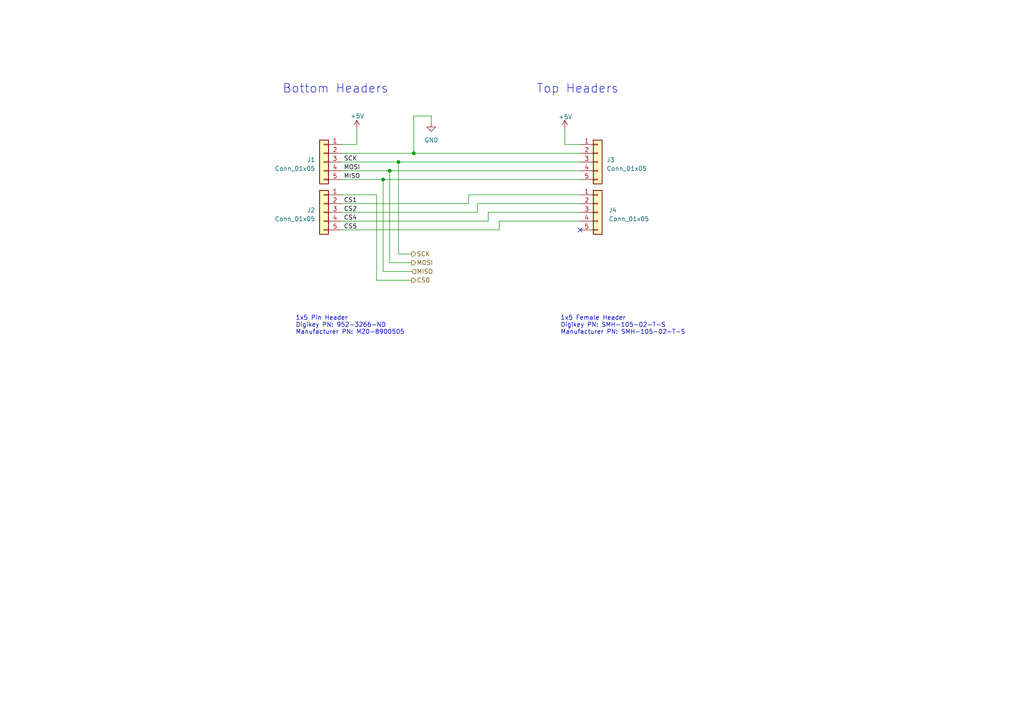
<source format=kicad_sch>
(kicad_sch (version 20230121) (generator eeschema)
  (paper "A4")
  (lib_symbols
    (symbol "Connector_Generic:Conn_01x05" (pin_names (offset 1.016) hide)
      (property "Reference" "J" (at 0 7.62 0))
      (property "Value" "Conn_01x05" (at 0 -7.62 0))
      (symbol "Conn_01x05_1_1"
        (rectangle (start -1.27 -4.953) (end 0 -5.207) (stroke (width 0.1524)))
        (rectangle (start -1.27 -2.413) (end 0 -2.667) (stroke (width 0.1524)))
        (rectangle (start -1.27 0.127) (end 0 -0.127) (stroke (width 0.1524)))
        (rectangle (start -1.27 2.667) (end 0 2.413) (stroke (width 0.1524)))
        (rectangle (start -1.27 5.207) (end 0 4.953) (stroke (width 0.1524)))
        (rectangle (start -1.27 6.35) (end 1.27 -6.35) (stroke (width 0.254)) (fill (type background)))
        (pin passive line (at -5.08 5.08 0) (length 3.81) (name "Pin_1") (number "1"))
        (pin passive line (at -5.08 2.54 0) (length 3.81) (name "Pin_2") (number "2"))
        (pin passive line (at -5.08 0 0) (length 3.81) (name "Pin_3") (number "3"))
        (pin passive line (at -5.08 -2.54 0) (length 3.81) (name "Pin_4") (number "4"))
        (pin passive line (at -5.08 -5.08 0) (length 3.81) (name "Pin_5") (number "5"))
      )
    )
    (symbol "power:+5V" (power) (pin_names (offset 0))
      (property "Value" "+5V" (at 0 3.556 0))
      (symbol "+5V_0_1"
        (polyline (pts (xy -0.762 1.27) (xy 0 2.54)))
        (polyline (pts (xy 0 0) (xy 0 2.54)))
        (polyline (pts (xy 0 2.54) (xy 0.762 1.27)))
      )
      (symbol "+5V_1_1"
        (pin power_in line (at 0 0 90) (length 0) hide (name "+5V") (number "1"))
      )
    )
    (symbol "power:GND" (power) (pin_names (offset 0))
      (property "Value" "GND" (at 0 -3.81 0))
      (symbol "GND_0_1"
        (polyline (pts (xy 0 0) (xy 0 -1.27) (xy 1.27 -1.27) (xy 0 -2.54) (xy -1.27 -1.27) (xy 0 -1.27)))
      )
      (symbol "GND_1_1"
        (pin power_in line (at 0 0 270) (length 0) hide (name "GND") (number "1"))
      )
    )
  )
  (junction (at 115.57 46.99))
  (junction (at 111.125 52.07))
  (junction (at 113.03 49.53))
  (junction (at 120.015 44.45))
  (no_connect (at 168.275 66.675))
  (wire (pts (xy 113.03 49.53) (xy 168.275 49.53)))
  (wire (pts (xy 168.275 41.91) (xy 163.83 41.91)))
  (wire (pts (xy 115.57 73.66) (xy 119.38 73.66)))
  (wire (pts (xy 138.43 61.595) (xy 138.43 59.055)))
  (wire (pts (xy 144.78 66.675) (xy 144.78 64.135)))
  (wire (pts (xy 99.06 61.595) (xy 138.43 61.595)))
  (wire (pts (xy 138.43 59.055) (xy 168.275 59.055)))
  (wire (pts (xy 144.78 64.135) (xy 168.275 64.135)))
  (wire (pts (xy 109.22 56.515) (xy 99.06 56.515)))
  (wire (pts (xy 103.505 37.465) (xy 103.505 41.91)))
  (wire (pts (xy 141.605 61.595) (xy 168.275 61.595)))
  (wire (pts (xy 111.125 78.74) (xy 119.38 78.74)))
  (wire (pts (xy 99.06 52.07) (xy 111.125 52.07)))
  (wire (pts (xy 141.605 64.135) (xy 141.605 61.595)))
  (wire (pts (xy 163.83 37.465) (xy 163.83 41.91)))
  (wire (pts (xy 125.095 33.655) (xy 125.095 35.56)))
  (wire (pts (xy 99.06 66.675) (xy 144.78 66.675)))
  (wire (pts (xy 99.06 46.99) (xy 115.57 46.99)))
  (wire (pts (xy 115.57 46.99) (xy 115.57 73.66)))
  (wire (pts (xy 111.125 52.07) (xy 168.275 52.07)))
  (wire (pts (xy 99.06 44.45) (xy 120.015 44.45)))
  (wire (pts (xy 135.89 56.515) (xy 168.275 56.515)))
  (wire (pts (xy 120.015 44.45) (xy 120.015 33.655)))
  (wire (pts (xy 99.06 49.53) (xy 113.03 49.53)))
  (wire (pts (xy 111.125 52.07) (xy 111.125 78.74)))
  (wire (pts (xy 109.22 81.28) (xy 109.22 56.515)))
  (wire (pts (xy 99.06 64.135) (xy 141.605 64.135)))
  (wire (pts (xy 119.38 81.28) (xy 109.22 81.28)))
  (wire (pts (xy 120.015 44.45) (xy 168.275 44.45)))
  (wire (pts (xy 99.06 41.91) (xy 103.505 41.91)))
  (wire (pts (xy 113.03 76.2) (xy 119.38 76.2)))
  (wire (pts (xy 99.06 59.055) (xy 135.89 59.055)))
  (wire (pts (xy 113.03 49.53) (xy 113.03 76.2)))
  (wire (pts (xy 135.89 59.055) (xy 135.89 56.515)))
  (wire (pts (xy 120.015 33.655) (xy 125.095 33.655)))
  (wire (pts (xy 115.57 46.99) (xy 168.275 46.99)))
  (text "1x5 Female Header\nDigikey PN: SMH-105-02-T-S\nManufacturer PN: SMH-105-02-T-S" (at 162.56 97.155 0) (effects (font (size 1.27 1.27)) (justify left bottom)))
  (text "Bottom Headers" (at 81.915 27.305 0) (effects (font (size 2.54 2.54)) (justify left bottom)))
  (text "1x5 Pin Header\nDigikey PN: 952-3266-ND\nManufacturer PN: M20-8900505" (at 85.725 97.155 0) (effects (font (size 1.27 1.27)) (justify left bottom)))
  (text "Top Headers" (at 155.575 27.305 0) (effects (font (size 2.54 2.54)) (justify left bottom)))
  (label "CS2" (at 99.695 61.595 0))
  (label "MOSI" (at 99.695 49.53 0))
  (label "CS1" (at 99.695 59.055 0))
  (label "MISO" (at 99.695 52.07 0))
  (label "CS4" (at 99.695 64.135 0))
  (label "SCK" (at 99.695 46.99 0))
  (label "CS5" (at 99.695 66.675 0))
  (hierarchical_label "MISO" (shape input) (at 119.38 78.74 0))
  (hierarchical_label "CS0" (shape output) (at 119.38 81.28 0))
  (hierarchical_label "MOSI" (shape output) (at 119.38 76.2 0))
  (hierarchical_label "SCK" (shape output) (at 119.38 73.66 0))
  (symbol (lib_id "Connector_Generic:Conn_01x05") (at 93.98 61.595 0) (mirror y) (unit 1)
    (property "Reference" "J2" (at 91.44 60.96 0) (effects (justify left)))
    (property "Value" "Conn_01x05" (at 91.44 63.5 0) (effects (justify left)))
  )
  (symbol (lib_id "power:+5V") (at 163.83 37.465 0) (unit 1)
    (property "Reference" "#PWR068" (effects hide))
    (property "Value" "+5V" (at 163.957 33.909 0))
    (instances (project "panel" (path "" (reference "#PWR068") (unit 1)) (path "" (reference "#PWR067") (unit 1))))
  )
  (symbol (lib_id "Connector_Generic:Conn_01x05") (at 173.355 61.595 0) (unit 1)
    (property "Reference" "J4" (at 176.53 60.96 0) (effects (justify left)))
    (property "Value" "Conn_01x05" (at 176.53 63.5 0) (effects (justify left)))
  )
  (symbol (lib_id "Connector_Generic:Conn_01x05") (at 173.355 46.99 0) (unit 1)
    (property "Reference" "J3" (at 175.895 46.355 0) (effects (justify left)))
    (property "Value" "Conn_01x05" (at 175.895 48.895 0) (effects (justify left)))
  )
  (symbol (lib_id "power:GND") (at 125.095 35.56 0) (unit 1)
    (property "Reference" "#PWR067" (effects hide))
    (property "Value" "GND" (at 125.095 40.64 0))
    (instances (project "panel" (path "" (reference "#PWR067") (unit 1)) (path "" (reference "#PWR068") (unit 1))))
  )
  (symbol (lib_id "power:+5V") (at 103.505 37.465 0) (mirror y) (unit 1)
    (property "Reference" "#PWR055" (effects hide))
    (property "Value" "+5V" (at 103.632 33.655 0))
  )
  (symbol (lib_id "Connector_Generic:Conn_01x05") (at 93.98 46.99 0) (mirror y) (unit 1)
    (property "Reference" "J1" (at 91.44 46.355 0) (effects (justify left)))
    (property "Value" "Conn_01x05" (at 91.44 48.895 0) (effects (justify left)))
  )
)
</source>
